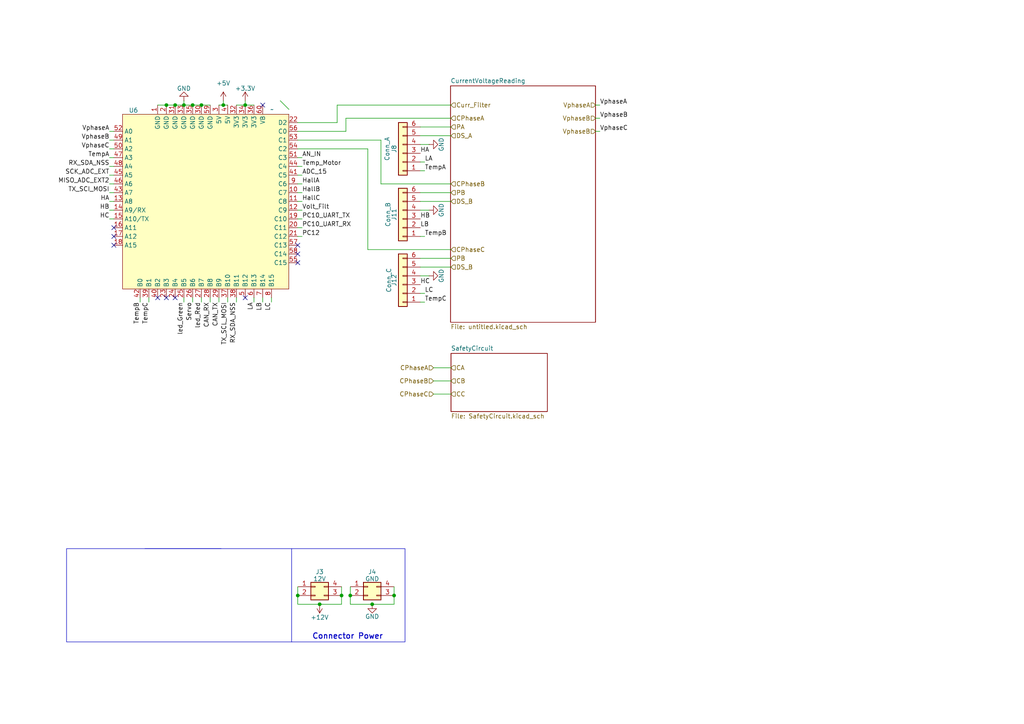
<source format=kicad_sch>
(kicad_sch (version 20250114) (generator "eeschema") (generator_version "9.0")
  (paper "A4")
  (lib_symbols
    (symbol "Connector_Generic:Conn_01x06" (pin_names (offset 1.016) (hide yes))
      (property "Reference" "J" (at 0 7.62 0))
      (property "Value" "Conn_01x06" (at 0 -10.16 0))
      (symbol "Conn_01x06_1_1"
        (rectangle (start -1.27 6.35) (end 1.27 -8.89) (stroke (width 0.254)) (fill (type background)))
        (rectangle (start -1.27 5.207) (end 0 4.953) (stroke (width 0.1524)))
        (rectangle (start -1.27 2.667) (end 0 2.413) (stroke (width 0.1524)))
        (rectangle (start -1.27 0.127) (end 0 -0.127) (stroke (width 0.1524)))
        (rectangle (start -1.27 -2.413) (end 0 -2.667) (stroke (width 0.1524)))
        (rectangle (start -1.27 -4.953) (end 0 -5.207) (stroke (width 0.1524)))
        (rectangle (start -1.27 -7.493) (end 0 -7.747) (stroke (width 0.1524)))
        (pin passive line (at -5.08 5.08 0) (length 3.81) (name "Pin_1") (number "1"))
        (pin passive line (at -5.08 2.54 0) (length 3.81) (name "Pin_2") (number "2"))
        (pin passive line (at -5.08 0 0) (length 3.81) (name "Pin_3") (number "3"))
        (pin passive line (at -5.08 -2.54 0) (length 3.81) (name "Pin_4") (number "4"))
        (pin passive line (at -5.08 -5.08 0) (length 3.81) (name "Pin_5") (number "5"))
        (pin passive line (at -5.08 -7.62 0) (length 3.81) (name "Pin_6") (number "6"))
      )
    )
    (symbol "Connector_Generic:Conn_02x02_Counter_Clockwise" (pin_names (offset 1.016) (hide yes))
      (property "Reference" "J" (at 1.27 2.54 0))
      (property "Value" "Conn_02x02_Counter_Clockwise" (at 1.27 -5.08 0))
      (symbol "Conn_02x02_Counter_Clockwise_1_1"
        (rectangle (start -1.27 1.27) (end 3.81 -3.81) (stroke (width 0.254)) (fill (type background)))
        (rectangle (start -1.27 0.127) (end 0 -0.127) (stroke (width 0.1524)))
        (rectangle (start -1.27 -2.413) (end 0 -2.667) (stroke (width 0.1524)))
        (rectangle (start 3.81 0.127) (end 2.54 -0.127) (stroke (width 0.1524)))
        (rectangle (start 3.81 -2.413) (end 2.54 -2.667) (stroke (width 0.1524)))
        (pin passive line (at -5.08 0 0) (length 3.81) (name "Pin_1") (number "1"))
        (pin passive line (at -5.08 -2.54 0) (length 3.81) (name "Pin_2") (number "2"))
        (pin passive line (at 7.62 0 180) (length 3.81) (name "Pin_4") (number "4"))
        (pin passive line (at 7.62 -2.54 180) (length 3.81) (name "Pin_3") (number "3"))
      )
    )
    (symbol "custom:STM32F405Weact"
      (property "Reference" "U" (at -23.114 26.416 0))
      (symbol "STM32F405Weact_1_1"
        (rectangle (start -24.13 25.2931) (end 24.0917 -25.4) (fill (type background)))
        (pin bidirectional line (at -26.67 20.32 0) (length 2.54) (name "A0") (number "52"))
        (pin bidirectional line (at -26.67 17.78 0) (length 2.54) (name "A1") (number "49"))
        (pin bidirectional line (at -26.67 15.24 0) (length 2.54) (name "A2") (number "50"))
        (pin bidirectional line (at -26.67 12.7 0) (length 2.54) (name "A3") (number "47"))
        (pin bidirectional line (at -26.67 10.16 0) (length 2.54) (name "A4") (number "48"))
        (pin bidirectional line (at -26.67 7.62 0) (length 2.54) (name "A5") (number "45"))
        (pin bidirectional line (at -26.67 5.08 0) (length 2.54) (name "A6") (number "46"))
        (pin bidirectional line (at -26.67 2.54 0) (length 2.54) (name "A7") (number "43"))
        (pin bidirectional line (at -26.67 0 0) (length 2.54) (name "A8") (number "13"))
        (pin bidirectional line (at -26.67 -2.54 0) (length 2.54) (name "A9/RX") (number "14"))
        (pin bidirectional line (at -26.67 -5.08 0) (length 2.54) (name "A10/TX") (number "15"))
        (pin bidirectional line (at -26.67 -7.62 0) (length 2.54) (name "A11") (number "16"))
        (pin bidirectional line (at -26.67 -10.16 0) (length 2.54) (name "A12") (number "17"))
        (pin bidirectional line (at -26.67 -12.7 0) (length 2.54) (name "A15") (number "18"))
        (pin bidirectional line (at -19.05 -27.94 90) (length 2.54) (name "B0") (number "42"))
        (pin bidirectional line (at -16.51 -27.94 90) (length 2.54) (name "B1") (number "39"))
        (pin input line (at -13.97 27.94 270) (length 2.54) (name "GND") (number "1"))
        (pin bidirectional line (at -13.97 -27.94 90) (length 2.54) (name "B2") (number "40"))
        (pin input line (at -11.43 27.94 270) (length 2.54) (name "GND") (number "2"))
        (pin bidirectional line (at -11.43 -27.94 90) (length 2.54) (name "B3") (number "23"))
        (pin input line (at -8.89 27.94 270) (length 2.54) (name "GND") (number "31"))
        (pin bidirectional line (at -8.89 -27.94 90) (length 2.54) (name "B4") (number "24"))
        (pin input line (at -6.35 27.94 270) (length 2.54) (name "GND") (number "33"))
        (pin bidirectional line (at -6.35 -27.94 90) (length 2.54) (name "B5") (number "25"))
        (pin input line (at -3.81 27.94 270) (length 2.54) (name "GND") (number "35"))
        (pin bidirectional line (at -3.81 -27.94 90) (length 2.54) (name "B6") (number "26"))
        (pin input line (at -1.27 27.94 270) (length 2.54) (name "GND") (number "30"))
        (pin bidirectional line (at -1.27 -27.94 90) (length 2.54) (name "B7") (number "27"))
        (pin input line (at 1.27 27.94 270) (length 2.54) (name "GND") (number "59"))
        (pin bidirectional line (at 1.27 -27.94 90) (length 2.54) (name "B8") (number "28"))
        (pin output line (at 3.81 27.94 270) (length 2.54) (name "5V") (number "3"))
        (pin bidirectional line (at 3.81 -27.94 90) (length 2.54) (name "B9") (number "29"))
        (pin output line (at 6.35 27.94 270) (length 2.54) (name "5V") (number "4"))
        (pin bidirectional line (at 6.35 -27.94 90) (length 2.54) (name "B10") (number "37"))
        (pin output line (at 8.89 27.94 270) (length 2.54) (name "3V3") (number "32"))
        (pin bidirectional line (at 8.89 -27.94 90) (length 2.54) (name "B11") (number "38"))
        (pin output line (at 11.43 27.94 270) (length 2.54) (name "3V3") (number "34"))
        (pin bidirectional line (at 11.43 -27.94 90) (length 2.54) (name "B12") (number "5"))
        (pin output line (at 13.97 27.94 270) (length 2.54) (name "3V3") (number "36"))
        (pin bidirectional line (at 13.97 -27.94 90) (length 2.54) (name "B13") (number "6"))
        (pin output line (at 16.51 27.94 270) (length 2.54) (name "VB") (number "60"))
        (pin bidirectional line (at 16.51 -27.94 90) (length 2.54) (name "B14") (number "7"))
        (pin bidirectional line (at 19.05 -27.94 90) (length 2.54) (name "B15") (number "8"))
        (pin bidirectional line (at 26.67 22.86 180) (length 2.54) (name "D2") (number "22"))
        (pin bidirectional line (at 26.67 20.32 180) (length 2.54) (name "C0") (number "56"))
        (pin bidirectional line (at 26.67 17.78 180) (length 2.54) (name "C1") (number "53"))
        (pin bidirectional line (at 26.67 15.24 180) (length 2.54) (name "C2") (number "54"))
        (pin bidirectional line (at 26.67 12.7 180) (length 2.54) (name "C3") (number "51"))
        (pin bidirectional line (at 26.67 10.16 180) (length 2.54) (name "C4") (number "44"))
        (pin bidirectional line (at 26.67 7.62 180) (length 2.54) (name "C5") (number "41"))
        (pin bidirectional line (at 26.67 5.08 180) (length 2.54) (name "C6") (number "9"))
        (pin bidirectional line (at 26.67 2.54 180) (length 2.54) (name "C7") (number "10"))
        (pin bidirectional line (at 26.67 0 180) (length 2.54) (name "C8") (number "11"))
        (pin bidirectional line (at 26.67 -2.54 180) (length 2.54) (name "C9") (number "12"))
        (pin bidirectional line (at 26.67 -5.08 180) (length 2.54) (name "C10") (number "19"))
        (pin bidirectional line (at 26.67 -7.62 180) (length 2.54) (name "C11") (number "20"))
        (pin bidirectional line (at 26.67 -10.16 180) (length 2.54) (name "C12") (number "21"))
        (pin bidirectional line (at 26.67 -12.7 180) (length 2.54) (name "C13") (number "57"))
        (pin bidirectional line (at 26.67 -15.24 180) (length 2.54) (name "C14") (number "58"))
        (pin bidirectional line (at 26.67 -17.78 180) (length 2.54) (name "C15") (number "55"))
      )
    )
    (symbol "power:+12V" (power) (pin_numbers (hide yes)) (pin_names (offset 0) (hide yes))
      (property "Value" "+12V" (at 0 3.556 0))
      (symbol "+12V_0_1"
        (polyline (pts (xy -0.762 1.27) (xy 0 2.54)))
        (polyline (pts (xy 0 2.54) (xy 0.762 1.27)))
        (polyline (pts (xy 0 0) (xy 0 2.54)))
      )
      (symbol "+12V_1_1"
        (pin power_in line (at 0 0 90) (length 0) (name "~") (number "1"))
      )
    )
    (symbol "power:+3.3V" (power) (pin_numbers (hide yes)) (pin_names (offset 0) (hide yes))
      (property "Value" "+3.3V" (at 0 3.556 0))
      (symbol "+3.3V_0_1"
        (polyline (pts (xy -0.762 1.27) (xy 0 2.54)))
        (polyline (pts (xy 0 2.54) (xy 0.762 1.27)))
        (polyline (pts (xy 0 0) (xy 0 2.54)))
      )
      (symbol "+3.3V_1_1"
        (pin power_in line (at 0 0 90) (length 0) (name "~") (number "1"))
      )
    )
    (symbol "power:+5V" (power) (pin_numbers (hide yes)) (pin_names (offset 0) (hide yes))
      (property "Value" "+5V" (at 0 3.556 0))
      (symbol "+5V_0_1"
        (polyline (pts (xy -0.762 1.27) (xy 0 2.54)))
        (polyline (pts (xy 0 2.54) (xy 0.762 1.27)))
        (polyline (pts (xy 0 0) (xy 0 2.54)))
      )
      (symbol "+5V_1_1"
        (pin power_in line (at 0 0 90) (length 0) (name "~") (number "1"))
      )
    )
    (symbol "power:GND" (power) (pin_numbers (hide yes)) (pin_names (offset 0) (hide yes))
      (property "Value" "GND" (at 0 -3.81 0))
      (symbol "GND_0_1"
        (polyline (pts (xy 0 0) (xy 0 -1.27) (xy 1.27 -1.27) (xy 0 -2.54) (xy -1.27 -1.27) (xy 0 -1.27)))
      )
      (symbol "GND_1_1"
        (pin power_in line (at 0 0 270) (length 0) (name "~") (number "1"))
      )
    )
  )
  (rectangle (start 19.304 159.131) (end 117.475 186.182))
  (text "Connector Power" (at 100.838 184.658 0) (effects (font (size 1.6 1.6) (thickness 0.254) (bold yes))))
  (junction (at 58.42 30.48))
  (junction (at 107.95 175.26))
  (junction (at 114.3 172.72))
  (junction (at 101.6 172.72))
  (junction (at 55.88 30.48))
  (junction (at 50.8 30.48))
  (junction (at 92.71 175.26))
  (junction (at 48.26 30.48))
  (junction (at 71.12 30.48))
  (junction (at 53.34 30.48))
  (junction (at 99.06 172.72))
  (junction (at 64.77 30.48))
  (junction (at 86.36 172.72))
  (no_connect (at 76.2 30.48))
  (no_connect (at 86.36 76.2))
  (no_connect (at 86.36 71.12))
  (no_connect (at 33.02 71.12))
  (no_connect (at 86.36 73.66))
  (no_connect (at 45.72 86.36))
  (no_connect (at 71.12 86.36))
  (no_connect (at 33.02 66.04))
  (no_connect (at 48.26 86.36))
  (no_connect (at 50.8 86.36))
  (no_connect (at 33.02 68.58))
  (bus_entry (at 81.28 29.21) (size 2.54 2.54))
  (wire (pts (xy 31.75 48.26) (xy 33.02 48.26)))
  (polyline (pts (xy 42.037 159.131) (xy 64.135 159.131)))
  (wire (pts (xy 125.73 110.49) (xy 130.81 110.49)))
  (wire (pts (xy 31.75 43.18) (xy 33.02 43.18)))
  (wire (pts (xy 64.77 30.48) (xy 66.04 30.48)))
  (wire (pts (xy 71.12 30.48) (xy 73.66 30.48)))
  (wire (pts (xy 172.72 34.29) (xy 173.99 34.29)))
  (wire (pts (xy 68.58 30.48) (xy 71.12 30.48)))
  (wire (pts (xy 31.75 50.8) (xy 33.02 50.8)))
  (wire (pts (xy 114.3 170.18) (xy 114.3 172.72)))
  (wire (pts (xy 107.95 175.26) (xy 114.3 175.26)))
  (wire (pts (xy 43.18 86.36) (xy 43.18 87.63)))
  (wire (pts (xy 55.88 30.48) (xy 58.42 30.48)))
  (wire (pts (xy 31.75 60.96) (xy 33.02 60.96)))
  (wire (pts (xy 66.04 86.36) (xy 66.04 87.63)))
  (wire (pts (xy 97.79 30.48) (xy 97.79 35.56)))
  (wire (pts (xy 172.72 38.1) (xy 173.99 38.1)))
  (wire (pts (xy 125.73 106.68) (xy 130.81 106.68)))
  (wire (pts (xy 99.06 175.26) (xy 92.71 175.26)))
  (wire (pts (xy 53.34 86.36) (xy 53.34 87.63)))
  (wire (pts (xy 40.64 86.36) (xy 40.64 87.63)))
  (wire (pts (xy 50.8 30.48) (xy 53.34 30.48)))
  (wire (pts (xy 124.46 60.96) (xy 121.92 60.96)))
  (wire (pts (xy 58.42 86.36) (xy 58.42 87.63)))
  (wire (pts (xy 86.36 55.88) (xy 87.63 55.88)))
  (wire (pts (xy 63.5 30.48) (xy 64.77 30.48)))
  (wire (pts (xy 60.96 86.36) (xy 60.96 87.63)))
  (wire (pts (xy 86.36 45.72) (xy 87.63 45.72)))
  (wire (pts (xy 63.5 86.36) (xy 63.5 87.63)))
  (wire (pts (xy 71.12 29.21) (xy 71.12 30.48)))
  (wire (pts (xy 86.36 58.42) (xy 87.63 58.42)))
  (wire (pts (xy 114.3 172.72) (xy 114.3 175.26)))
  (wire (pts (xy 106.68 72.39) (xy 106.68 43.18)))
  (wire (pts (xy 31.75 38.1) (xy 33.02 38.1)))
  (wire (pts (xy 31.75 63.5) (xy 33.02 63.5)))
  (wire (pts (xy 86.36 175.26) (xy 92.71 175.26)))
  (wire (pts (xy 101.6 175.26) (xy 107.95 175.26)))
  (wire (pts (xy 45.72 30.48) (xy 48.26 30.48)))
  (wire (pts (xy 110.49 53.34) (xy 110.49 40.64)))
  (wire (pts (xy 123.19 85.09) (xy 121.92 85.09)))
  (wire (pts (xy 86.36 63.5) (xy 87.63 63.5)))
  (wire (pts (xy 86.36 172.72) (xy 86.36 175.26)))
  (wire (pts (xy 130.81 53.34) (xy 110.49 53.34)))
  (wire (pts (xy 86.36 170.18) (xy 86.36 172.72)))
  (wire (pts (xy 53.34 30.48) (xy 55.88 30.48)))
  (wire (pts (xy 130.81 34.29) (xy 100.33 34.29)))
  (wire (pts (xy 99.06 170.18) (xy 99.06 172.72)))
  (wire (pts (xy 123.19 49.53) (xy 121.92 49.53)))
  (wire (pts (xy 123.19 46.99) (xy 121.92 46.99)))
  (wire (pts (xy 121.92 58.42) (xy 130.81 58.42)))
  (wire (pts (xy 121.92 74.93) (xy 130.81 74.93)))
  (wire (pts (xy 78.74 86.36) (xy 78.74 87.63)))
  (wire (pts (xy 100.33 34.29) (xy 100.33 38.1)))
  (wire (pts (xy 101.6 170.18) (xy 101.6 172.72)))
  (wire (pts (xy 86.36 68.58) (xy 87.63 68.58)))
  (wire (pts (xy 86.36 50.8) (xy 87.63 50.8)))
  (wire (pts (xy 86.36 48.26) (xy 87.63 48.26)))
  (wire (pts (xy 73.66 86.36) (xy 73.66 87.63)))
  (wire (pts (xy 86.36 53.34) (xy 87.63 53.34)))
  (wire (pts (xy 86.36 38.1) (xy 100.33 38.1)))
  (wire (pts (xy 55.88 86.36) (xy 55.88 87.63)))
  (wire (pts (xy 31.75 40.64) (xy 33.02 40.64)))
  (wire (pts (xy 31.75 45.72) (xy 33.02 45.72)))
  (wire (pts (xy 101.6 172.72) (xy 101.6 175.26)))
  (wire (pts (xy 58.42 30.48) (xy 60.96 30.48)))
  (wire (pts (xy 121.92 39.37) (xy 130.81 39.37)))
  (wire (pts (xy 124.46 41.91) (xy 121.92 41.91)))
  (wire (pts (xy 123.19 87.63) (xy 121.92 87.63)))
  (wire (pts (xy 48.26 30.48) (xy 50.8 30.48)))
  (wire (pts (xy 86.36 66.04) (xy 87.63 66.04)))
  (wire (pts (xy 31.75 55.88) (xy 33.02 55.88)))
  (wire (pts (xy 121.92 55.88) (xy 130.81 55.88)))
  (wire (pts (xy 86.36 40.64) (xy 110.49 40.64)))
  (wire (pts (xy 31.75 58.42) (xy 33.02 58.42)))
  (wire (pts (xy 124.46 80.01) (xy 121.92 80.01)))
  (wire (pts (xy 53.34 29.21) (xy 53.34 30.48)))
  (wire (pts (xy 76.2 86.36) (xy 76.2 87.63)))
  (polyline (pts (xy 84.582 159.131) (xy 84.582 186.182)))
  (wire (pts (xy 121.92 36.83) (xy 130.81 36.83)))
  (wire (pts (xy 64.77 29.21) (xy 64.77 30.48)))
  (wire (pts (xy 125.73 114.3) (xy 130.81 114.3)))
  (wire (pts (xy 86.36 35.56) (xy 97.79 35.56)))
  (wire (pts (xy 172.72 30.48) (xy 173.99 30.48)))
  (wire (pts (xy 121.92 77.47) (xy 130.81 77.47)))
  (wire (pts (xy 68.58 86.36) (xy 68.58 87.63)))
  (wire (pts (xy 99.06 172.72) (xy 99.06 175.26)))
  (wire (pts (xy 31.75 53.34) (xy 33.02 53.34)))
  (wire (pts (xy 86.36 60.96) (xy 87.63 60.96)))
  (wire (pts (xy 86.36 43.18) (xy 106.68 43.18)))
  (wire (pts (xy 123.19 68.58) (xy 121.92 68.58)))
  (wire (pts (xy 130.81 72.39) (xy 106.68 72.39)))
  (wire (pts (xy 130.81 30.48) (xy 97.79 30.48)))
  (label "HB" (at 31.75 60.96 180))
  (label "LB" (at 76.2 87.63 270))
  (label "CAN_TX" (at 63.5 87.63 270))
  (label "HC" (at 31.75 63.5 180))
  (label "VphaseA" (at 173.99 30.48 0))
  (label "VphaseB" (at 31.75 40.64 180))
  (label "VphaseB" (at 173.99 34.29 0))
  (label "VphaseC" (at 31.75 43.18 180))
  (label "TempA" (at 123.19 49.53 0))
  (label "PC10_UART_TX" (at 87.63 63.5 0))
  (label "TempB" (at 123.19 68.58 0))
  (label "LC" (at 78.74 87.63 270))
  (label "HA" (at 121.92 44.45 0))
  (label "VphaseC" (at 173.99 38.1 0))
  (label "Servo" (at 55.88 87.63 270))
  (label "TempC" (at 43.18 87.63 270))
  (label "Temp_Motor" (at 87.63 48.26 0))
  (label "AN_IN" (at 87.63 45.72 0))
  (label "MISO_ADC_EXT2" (at 31.75 53.34 180))
  (label "HallC" (at 87.63 58.42 0))
  (label "TX_SCI_MOSI" (at 31.75 55.88 180))
  (label "ADC_15" (at 87.63 50.8 0))
  (label "HB" (at 121.92 63.5 0))
  (label "TempC" (at 123.19 87.63 0))
  (label "LA" (at 123.19 46.99 0))
  (label "TempB" (at 40.64 87.63 270))
  (label "LA" (at 73.66 87.63 270))
  (label "VphaseA" (at 31.75 38.1 180))
  (label "Volt_Filt" (at 87.63 60.96 0))
  (label "LB" (at 121.92 66.04 0))
  (label "RX_SDA_NSS" (at 31.75 48.26 180))
  (label "TempA" (at 31.75 45.72 180))
  (label "HA" (at 31.75 58.42 180))
  (label "led_Green" (at 53.34 87.63 270))
  (label "CAN_RX" (at 60.96 87.63 270))
  (label "HC" (at 121.92 82.55 0))
  (label "HallB" (at 87.63 55.88 0))
  (label "PC10_UART_RX" (at 87.63 66.04 0))
  (label "LC" (at 123.19 85.09 0))
  (label "PC12" (at 87.63 68.58 0))
  (label "HallA" (at 87.63 53.34 0))
  (label "led_Red" (at 58.42 87.63 270))
  (label "TX_SCL_MOSI" (at 66.04 87.63 270))
  (label "SCK_ADC_EXT" (at 31.75 50.8 180))
  (label "RX_SDA_NSS" (at 68.58 87.63 270))
  (hierarchical_label "PB" (shape input) (at 130.81 74.93 0) (effects (font (thickness 0.1588))))
  (hierarchical_label "CB" (shape input) (at 130.81 110.49 0))
  (hierarchical_label "VphaseB" (shape input) (at 172.72 38.1 180))
  (hierarchical_label "CPhaseC" (shape input) (at 125.73 114.3 180) (effects (font (thickness 0.1588))))
  (hierarchical_label "CPhaseC" (shape input) (at 130.81 72.39 0) (effects (font (thickness 0.1588))))
  (hierarchical_label "VphaseB" (shape input) (at 172.72 34.29 180))
  (hierarchical_label "DS_A" (shape input) (at 130.81 39.37 0) (effects (font (thickness 0.1588))))
  (hierarchical_label "CPhaseA" (shape input) (at 130.81 34.29 0) (effects (font (thickness 0.1588))))
  (hierarchical_label "CPhaseA" (shape input) (at 125.73 106.68 180) (effects (font (thickness 0.1588))))
  (hierarchical_label "CPhaseB" (shape input) (at 125.73 110.49 180) (effects (font (thickness 0.1588))))
  (hierarchical_label "VphaseA" (shape input) (at 172.72 30.48 180))
  (hierarchical_label "CC" (shape input) (at 130.81 114.3 0))
  (hierarchical_label "CPhaseB" (shape input) (at 130.81 53.34 0) (effects (font (thickness 0.1588))))
  (hierarchical_label "Curr_Filter" (shape input) (at 130.81 30.48 0))
  (hierarchical_label "PB" (shape input) (at 130.81 55.88 0) (effects (font (thickness 0.1588))))
  (hierarchical_label "DS_B" (shape input) (at 130.81 58.42 0) (effects (font (thickness 0.1588))))
  (hierarchical_label "PA" (shape input) (at 130.81 36.83 0) (effects (font (thickness 0.1588))))
  (hierarchical_label "DS_B" (shape input) (at 130.81 77.47 0) (effects (font (thickness 0.1588))))
  (hierarchical_label "CA" (shape input) (at 130.81 106.68 0))
  (symbol (lib_id "power:GND") (at 124.46 80.01 90) (unit 1)
    (property "Reference" "#PWR076" (effects (hide yes)))
    (property "Value" "GND" (at 128.016 80.01 0))
    (property "Description" "Power symbol creates a global label with name \"GND\" , ground" (effects (hide yes)))
  )
  (symbol (lib_id "custom:STM32F405Weact") (at 59.69 58.42 0) (unit 1)
    (property "Reference" "U6" (at 37.338 32.004 0) (effects (justify left)))
    (property "Value" "~" (at 78.3433 31.75 0) (effects (justify left)))
  )
  (symbol (lib_id "Connector_Generic:Conn_01x06") (at 116.84 82.55 180) (unit 1)
    (property "Reference" "J12" (at 114.3 81.28 90))
    (property "Value" "Conn_C" (at 112.776 81.28 90))
    (property "Description" "Generic connector, single row, 01x06, script generated (kicad-library-utils/schlib/autogen/connector/)" (effects (hide yes)))
  )
  (symbol (lib_id "Connector_Generic:Conn_01x06") (at 116.84 63.5 180) (unit 1)
    (property "Reference" "J11" (at 114.3 62.23 90))
    (property "Value" "Conn_B" (at 112.522 62.23 90))
    (property "Description" "Generic connector, single row, 01x06, script generated (kicad-library-utils/schlib/autogen/connector/)" (effects (hide yes)))
  )
  (symbol (lib_id "power:GND") (at 124.46 41.91 90) (unit 1)
    (property "Reference" "#PWR072" (effects (hide yes)))
    (property "Value" "GND" (at 128.016 41.91 0))
    (property "Description" "Power symbol creates a global label with name \"GND\" , ground" (effects (hide yes)))
  )
  (symbol (lib_id "power:GND") (at 107.95 175.26 0) (unit 1)
    (property "Reference" "#PWR066" (effects (hide yes)))
    (property "Value" "GND" (at 107.95 178.816 0))
    (property "Description" "Power symbol creates a global label with name \"GND\" , ground" (effects (hide yes)))
  )
  (symbol (lib_id "power:+3.3V") (at 71.12 29.21 0) (unit 1)
    (property "Reference" "#PWR034" (effects (hide yes)))
    (property "Value" "+3.3V" (at 71.12 25.654 0))
    (property "Description" "Power symbol creates a global label with name \"+3.3V\"" (effects (hide yes)))
  )
  (symbol (lib_id "power:+5V") (at 64.77 29.21 0) (unit 1)
    (property "Reference" "#PWR035" (effects (hide yes)))
    (property "Value" "+5V" (at 64.77 24.13 0))
    (property "Description" "Power symbol creates a global label with name \"+5V\"" (effects (hide yes)))
  )
  (symbol (lib_id "Connector_Generic:Conn_02x02_Counter_Clockwise") (at 106.68 170.18 0) (unit 1)
    (property "Reference" "J4" (at 107.95 165.862 0))
    (property "Value" "GND" (at 107.95 167.894 0))
    (property "Description" "Generic connector, double row, 02x02, counter clockwise pin numbering scheme (similar to DIP package numbering), script generated (kicad-library-utils/schlib/autogen/connector/)" (effects (hide yes)))
  )
  (symbol (lib_id "Connector_Generic:Conn_01x06") (at 116.84 44.45 180) (unit 1)
    (property "Reference" "J8" (at 114.3 43.18 90))
    (property "Value" "Conn_A" (at 112.268 43.18 90))
    (property "Description" "Generic connector, single row, 01x06, script generated (kicad-library-utils/schlib/autogen/connector/)" (effects (hide yes)))
  )
  (symbol (lib_id "power:+12V") (at 92.71 175.26 180) (unit 1)
    (property "Reference" "#PWR062" (effects (hide yes)))
    (property "Value" "+12V" (at 92.71 179.07 0))
    (property "Description" "Power symbol creates a global label with name \"+12V\"" (effects (hide yes)))
  )
  (symbol (lib_id "power:GND") (at 124.46 60.96 90) (unit 1)
    (property "Reference" "#PWR075" (effects (hide yes)))
    (property "Value" "GND" (at 128.016 60.96 0))
    (property "Description" "Power symbol creates a global label with name \"GND\" , ground" (effects (hide yes)))
  )
  (symbol (lib_id "power:GND") (at 53.34 29.21 180) (unit 1)
    (property "Reference" "#PWR032" (effects (hide yes)))
    (property "Value" "GND" (at 53.34 25.654 0))
    (property "Description" "Power symbol creates a global label with name \"GND\" , ground" (effects (hide yes)))
  )
  (symbol (lib_id "Connector_Generic:Conn_02x02_Counter_Clockwise") (at 91.44 170.18 0) (unit 1)
    (property "Reference" "J3" (at 92.71 165.862 0))
    (property "Value" "12V" (at 92.71 167.894 0))
    (property "Description" "Generic connector, double row, 02x02, counter clockwise pin numbering scheme (similar to DIP package numbering), script generated (kicad-library-utils/schlib/autogen/connector/)" (effects (hide yes)))
  )
  (sheet (at 130.81 102.489) (size 27.94 16.891) (stroke (width 0.1524))
    (property "Sheetname" "SafetyCircuit" (at 130.81 101.7774 0) (effects (justify left bottom)))
    (property "Sheetfile" "SafetyCircuit.kicad_sch" (at 130.81 119.9646 0) (effects (justify left top)))
  )
  (sheet (at 130.683 24.892) (size 42.037 68.58) (stroke (width 0.1524))
    (property "Sheetname" "CurrentVoltageReading" (at 130.683 24.1804 0) (effects (justify left bottom)))
    (property "Sheetfile" "untitled.kicad_sch" (at 130.683 94.0566 0) (effects (justify left top)))
  )
)
</source>
